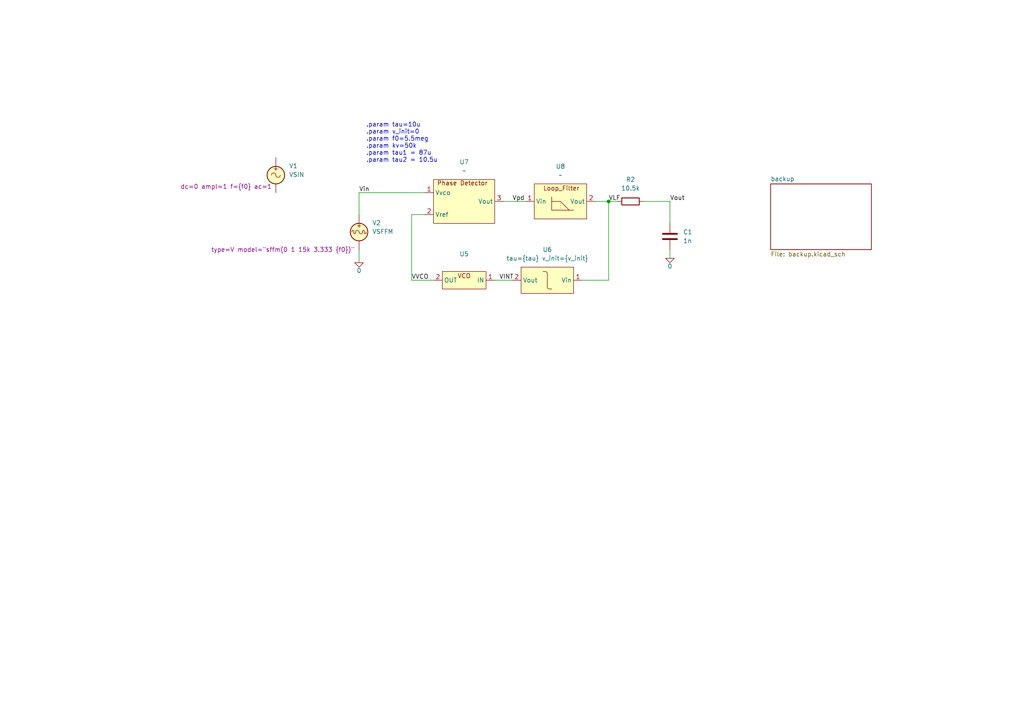
<source format=kicad_sch>
(kicad_sch (version 20250114) (generator "eeschema") (generator_version "9.0")
  (paper "A4")
  (lib_symbols
    (symbol "Device:C" (pin_numbers (hide yes)) (pin_names (offset 0.254))
      (property "Reference" "C" (at 0.635 2.54 0))
      (property "Value" "C" (at 0.635 -2.54 0))
      (symbol "C_0_1"
        (polyline (pts (xy -2.032 0.762) (xy 2.032 0.762)) (stroke (width 0.508)))
        (polyline (pts (xy -2.032 -0.762) (xy 2.032 -0.762)) (stroke (width 0.508)))
      )
      (symbol "C_1_1"
        (pin passive line (at 0 3.81 270) (length 2.794) (name "~") (number "1"))
        (pin passive line (at 0 -3.81 90) (length 2.794) (name "~") (number "2"))
      )
    )
    (symbol "Device:R" (pin_numbers (hide yes)) (pin_names (offset 0))
      (property "Reference" "R" (at 2.032 0 90))
      (property "Value" "R" (at 0 0 90))
      (symbol "R_0_1"
        (rectangle (start -1.016 -2.54) (end 1.016 2.54) (stroke (width 0.254)))
      )
      (symbol "R_1_1"
        (pin passive line (at 0 3.81 270) (length 1.27) (name "~") (number "1"))
        (pin passive line (at 0 -3.81 90) (length 1.27) (name "~") (number "2"))
      )
    )
    (symbol "Simulation_SPICE:0" (power) (pin_numbers (hide yes)) (pin_names (offset 0) (hide yes))
      (property "Value" "0" (at 0 -2.54 0))
      (symbol "0_0_1"
        (polyline (pts (xy -1.27 0) (xy 0 -1.27) (xy 1.27 0) (xy -1.27 0)))
      )
      (symbol "0_1_1"
        (pin power_in line (at 0 0 0) (length 0) (name "~") (number "1"))
      )
    )
    (symbol "Simulation_SPICE:VSFFM" (pin_numbers (hide yes)) (pin_names (offset 0.0254))
      (property "Reference" "V" (at 2.54 2.54 0))
      (property "Value" "VSFFM" (at 2.54 0 0))
      (property "Sim.Params" "type=\"V\" model=\"sffm(0 1 100k 5 1k)\" lib=\"\"" (at 2.54 -2.54 0))
      (symbol "VSFFM_0_0"
        (text "+" (at 0 1.905 0) (effects (font (size 1.27 1.27))))
      )
      (symbol "VSFFM_0_1"
        (polyline (pts (xy -2.032 0.254) (xy -2.032 0)))
        (arc (start -2.032 0.254) (mid -1.778 0.5069) (end -1.524 0.254))
        (polyline (pts (xy -1.524 -0.254) (xy -1.524 0.254)))
        (arc (start -1.016 -0.254) (mid -1.27 -0.5069) (end -1.524 -0.254))
        (polyline (pts (xy -1.016 0) (xy -1.016 -0.254)))
        (arc (start -1.016 0) (mid -0.508 0.5058) (end 0 0))
        (circle (center 0 0) (radius 2.54) (stroke (width 0.254)) (fill (type background)))
        (arc (start 1.016 0) (mid 0.508 -0.5058) (end 0 0))
        (polyline (pts (xy 1.016 0.254) (xy 1.016 0)))
        (arc (start 1.016 0.254) (mid 1.27 0.5069) (end 1.524 0.254))
        (polyline (pts (xy 1.524 0.254) (xy 1.524 -0.254)))
        (arc (start 2.032 -0.254) (mid 1.778 -0.5069) (end 1.524 -0.254))
        (polyline (pts (xy 2.032 -0.254) (xy 2.032 0)))
      )
      (symbol "VSFFM_1_1"
        (pin passive line (at 0 5.08 270) (length 2.54) (name "~") (number "1"))
        (pin passive line (at 0 -5.08 90) (length 2.54) (name "~") (number "2"))
      )
    )
    (symbol "Simulation_SPICE:VSIN" (pin_numbers (hide yes)) (pin_names (offset 0.0254))
      (property "Reference" "V" (at 2.54 2.54 0))
      (property "Value" "VSIN" (at 2.54 0 0))
      (property "Sim.Params" "dc=0 ampl=1 f=1k ac=1" (at 2.54 -2.54 0))
      (symbol "VSIN_0_0"
        (arc (start -1.27 0) (mid -0.635 0.6323) (end 0 0))
        (arc (start 1.27 0) (mid 0.635 -0.6323) (end 0 0))
        (text "+" (at 0 1.905 0) (effects (font (size 1.27 1.27))))
      )
      (symbol "VSIN_0_1"
        (circle (center 0 0) (radius 2.54) (stroke (width 0.254)) (fill (type background)))
      )
      (symbol "VSIN_1_1"
        (pin passive line (at 0 5.08 270) (length 2.54) (name "~") (number "1"))
        (pin passive line (at 0 -5.08 90) (length 2.54) (name "~") (number "2"))
      )
    )
    (symbol "symbol:Loop_Filter"
      (property "Reference" "U" (at 0 0 0))
      (symbol "Loop_Filter_0_1"
        (rectangle (start -7.62 -1.27) (end 7.62 -11.43) (fill (type background)))
        (polyline (pts (xy -2.54 -6.35) (xy 0 -6.35) (xy 2.54 -8.89)))
      )
      (symbol "Loop_Filter_1_1"
        (polyline (pts (xy -2.54 -5.08) (xy -2.54 -8.89) (xy 3.81 -8.89)))
        (polyline (pts (xy 0 -6.35) (xy 0 -8.89)) (stroke (width 0) (type dot)))
        (text "Loop_Filter" (at 0.254 -2.54 0) (effects (font (size 1.27 1.27))))
        (pin input line (at -10.16 -6.35 0) (length 2.54) (name "Vin") (number "1"))
        (pin output line (at 10.16 -6.35 180) (length 2.54) (name "Vout") (number "2"))
      )
    )
    (symbol "symbol:Phase_Detector"
      (property "Reference" "U" (at 0 0 0))
      (symbol "Phase_Detector_0_1"
        (rectangle (start -8.89 -1.27) (end 8.89 -13.97) (fill (type background)))
      )
      (symbol "Phase_Detector_1_1"
        (text "Phase Detector" (at -0.508 -2.286 0) (effects (font (size 1.27 1.27))))
        (pin input line (at -11.43 -5.08 0) (length 2.54) (name "Vvco") (number "1"))
        (pin input line (at -11.43 -11.43 0) (length 2.54) (name "Vref") (number "2"))
        (pin output line (at 11.43 -7.62 180) (length 2.54) (name "Vout") (number "3"))
      )
    )
    (symbol "symbol:VCO" (in_bom no) (on_board no)
      (property "Reference" "U" (at 0 0 0))
      (symbol "VCO_1_1"
        (rectangle (start -6.35 -1.27) (end 6.35 -6.35) (fill (type background)))
        (text "VCO" (at 0 -2.54 0) (effects (font (size 1.27 1.27))))
        (pin input line (at -8.89 -3.81 0) (length 2.54) (name "IN") (number "1"))
        (pin output line (at 8.89 -3.81 180) (length 2.54) (name "OUT") (number "2"))
      )
    )
    (symbol "symbol:integrator"
      (property "Reference" "U" (at 0 0 0))
      (symbol "integrator_1_1"
        (rectangle (start -7.62 -1.27) (end 7.62 -8.89) (fill (type background)))
        (bezier (pts (xy 0 -3.81) (xy 0 -2.54) (xy 0 -2.54) (xy 1.27 -2.54)))
        (bezier (pts (xy 0 -6.35) (xy 0 -7.62) (xy 0 -7.62) (xy -1.27 -7.62)))
        (bezier (pts (xy 0 -6.35) (xy 0 -3.81) (xy 0 -3.81) (xy 0 -3.81)))
        (bezier (pts (xy 0 -6.35) (xy 0 -6.35) (xy 0 -6.35) (xy 0 -6.35)))
        (pin input line (at -10.16 -5.08 0) (length 2.54) (name "Vin") (number "1"))
        (pin output line (at 10.16 -5.08 180) (length 2.54) (name "Vout") (number "2"))
      )
    )
  )
  (text ".param tau=10u\n.param v_init=0\n.param f0=5.5meg\n.param kv=50k\n.param tau1 = 87u\n.param tau2 = 10.5u" (at 106.172 41.402 0) (effects (font (size 1.27 1.27)) (justify left)))
  (junction (at 176.53 58.42))
  (wire (pts (xy 176.53 81.28) (xy 176.53 58.42)))
  (wire (pts (xy 176.53 58.42) (xy 172.72 58.42)))
  (wire (pts (xy 123.19 62.23) (xy 119.38 62.23)))
  (wire (pts (xy 186.69 58.42) (xy 194.31 58.42)))
  (wire (pts (xy 104.14 72.39) (xy 104.14 76.2)))
  (wire (pts (xy 194.31 58.42) (xy 194.31 64.77)))
  (wire (pts (xy 119.38 62.23) (xy 119.38 81.28)))
  (wire (pts (xy 104.14 55.88) (xy 123.19 55.88)))
  (wire (pts (xy 146.05 58.42) (xy 152.4 58.42)))
  (wire (pts (xy 125.73 81.28) (xy 119.38 81.28)))
  (wire (pts (xy 176.53 58.42) (xy 179.07 58.42)))
  (wire (pts (xy 143.51 81.28) (xy 148.59 81.28)))
  (wire (pts (xy 104.14 55.88) (xy 104.14 62.23)))
  (wire (pts (xy 194.31 72.39) (xy 194.31 74.93)))
  (wire (pts (xy 168.91 81.28) (xy 176.53 81.28)))
  (label "Vout" (at 194.31 58.42 0))
  (label "Vpd" (at 148.59 58.42 0))
  (label "VINT" (at 144.78 81.28 0))
  (label "VLF" (at 176.53 58.42 0))
  (label "Vin" (at 104.14 55.88 0))
  (label "VVCO" (at 119.38 81.28 0))
  (symbol (lib_id "Simulation_SPICE:VSIN") (at 80.01 50.8 0) (unit 1) (exclude_from_sim yes)
    (property "Reference" "V1" (at 83.82 48.1301 0) (effects (justify left)))
    (property "Value" "VSIN" (at 83.82 50.6701 0) (effects (justify left)))
    (property "Datasheet" "https://ngspice.sourceforge.io/docs/ngspice-html-manual/manual.xhtml#sec_Independent_Sources_for" (effects (hide yes)))
    (property "Description" "Voltage source, sinusoidal" (effects (hide yes)))
    (property "Sim.Pins" "1=+ 2=-" (effects (hide yes)))
    (property "Sim.Params" "dc=0 ampl=1 f={f0} ac=1" (at 52.324 54.102 0) (effects (justify left)))
    (property "Sim.Type" "SIN" (effects (hide yes)))
    (property "Sim.Device" "V" (effects (hide yes)))
  )
  (symbol (lib_id "symbol:Loop_Filter") (at 162.56 52.07 0) (unit 1)
    (property "Reference" "U8" (at 162.56 48.26 0))
    (property "Value" "~" (at 162.56 50.8 0))
    (property "Sim.Library" "integrator.lib" (effects (hide yes)))
    (property "Sim.Name" "LOOP_FILTER_BLOCK" (effects (hide yes)))
    (property "Sim.Device" "SUBCKT" (effects (hide yes)))
    (property "Sim.Pins" "1=Vin 2=Vout" (effects (hide yes)))
    (property "Sim.Params" "tau1={tau1} tau2={tau2}" (effects (hide yes)))
  )
  (symbol (lib_id "symbol:VCO") (at 134.62 77.47 0) (mirror y) (unit 1) (in_bom no) (on_board no)
    (property "Reference" "U5" (at 134.62 73.66 0))
    (property "Sim.Library" "integrator.lib" (effects (hide yes)))
    (property "Sim.Name" "VCO_BLOCK" (effects (hide yes)))
    (property "Sim.Device" "SUBCKT" (effects (hide yes)))
    (property "Sim.Pins" "1=Vphase 2=Vout" (effects (hide yes)))
    (property "Sim.Params" "f0={f0} kv={kv}" (effects (hide yes)))
  )
  (symbol (lib_id "symbol:Phase_Detector") (at 134.62 50.8 0) (unit 1)
    (property "Reference" "U7" (at 134.62 46.99 0))
    (property "Value" "~" (at 134.62 49.53 0))
    (property "Sim.Library" "integrator.lib" (effects (hide yes)))
    (property "Sim.Name" "PD_BLOCK" (effects (hide yes)))
    (property "Sim.Device" "SUBCKT" (effects (hide yes)))
    (property "Sim.Pins" "1=Vvco 2=Vref 3=Vout" (effects (hide yes)))
  )
  (symbol (lib_id "Simulation_SPICE:0") (at 194.31 74.93 0) (unit 1)
    (property "Reference" "#GND02" (effects (hide yes)))
    (property "Value" "0" (at 194.31 77.216 0))
    (property "Datasheet" "https://ngspice.sourceforge.io/docs/ngspice-html-manual/manual.xhtml#subsec_Circuit_elements__device" (effects (hide yes)))
    (property "Description" "0V reference potential for simulation" (effects (hide yes)))
  )
  (symbol (lib_id "Device:R") (at 182.88 58.42 90) (unit 1)
    (property "Reference" "R2" (at 182.88 52.07 90))
    (property "Value" "10.5k" (at 182.88 54.61 90))
    (property "Description" "Resistor" (effects (hide yes)))
  )
  (symbol (lib_id "Device:C") (at 194.31 68.58 0) (unit 1)
    (property "Reference" "C1" (at 198.12 67.3099 0) (effects (justify left)))
    (property "Value" "1n" (at 198.12 69.8499 0) (effects (justify left)))
    (property "Description" "Unpolarized capacitor" (effects (hide yes)))
  )
  (symbol (lib_id "Simulation_SPICE:VSFFM") (at 104.14 67.31 0) (unit 1)
    (property "Reference" "V2" (at 107.95 64.6401 0) (effects (justify left)))
    (property "Value" "VSFFM" (at 107.95 67.1801 0) (effects (justify left)))
    (property "Datasheet" "https://ngspice.sourceforge.io/docs/ngspice-html-manual/manual.xhtml#sec_Independent_Sources_for" (effects (hide yes)))
    (property "Description" "Voltage source, single-frequency FM" (effects (hide yes)))
    (property "Sim.Pins" "1=1 2=2" (effects (hide yes)))
    (property "Sim.Device" "SPICE" (effects (hide yes)))
    (property "Sim.Params" "type=V model=\"sffm(0 1 15k 3.333 {f0})\"" (at 61.214 72.39 0) (effects (justify left)))
  )
  (symbol (lib_id "Simulation_SPICE:0") (at 104.14 76.2 0) (unit 1)
    (property "Reference" "#GND01" (effects (hide yes)))
    (property "Value" "0" (at 104.14 78.486 0))
    (property "Datasheet" "https://ngspice.sourceforge.io/docs/ngspice-html-manual/manual.xhtml#subsec_Circuit_elements__device" (effects (hide yes)))
    (property "Description" "0V reference potential for simulation" (effects (hide yes)))
  )
  (symbol (lib_id "symbol:integrator") (at 158.75 76.2 0) (mirror y) (unit 1)
    (property "Reference" "U6" (at 158.75 72.39 0))
    (property "Value" "tau={tau} v_init={v_init}" (at 158.75 74.93 0))
    (property "Sim.Library" "integrator.lib" (effects (hide yes)))
    (property "Sim.Name" "INTEGRATOR_BLOCK" (effects (hide yes)))
    (property "Sim.Device" "SUBCKT" (effects (hide yes)))
    (property "Sim.Pins" "1=Vin 2=Vout" (effects (hide yes)))
    (property "Sim.Params" "tau={tau} v_init={v_init}" (effects (hide yes)))
  )
  (sheet (at 223.52 53.34) (size 29.21 19.05) (exclude_from_sim yes) (stroke (width 0.1524))
    (property "Sheetname" "backup" (at 223.52 52.6284 0) (effects (justify left bottom)))
    (property "Sheetfile" "backup.kicad_sch" (at 223.52 72.9746 0) (effects (justify left top)))
  )
)
</source>
